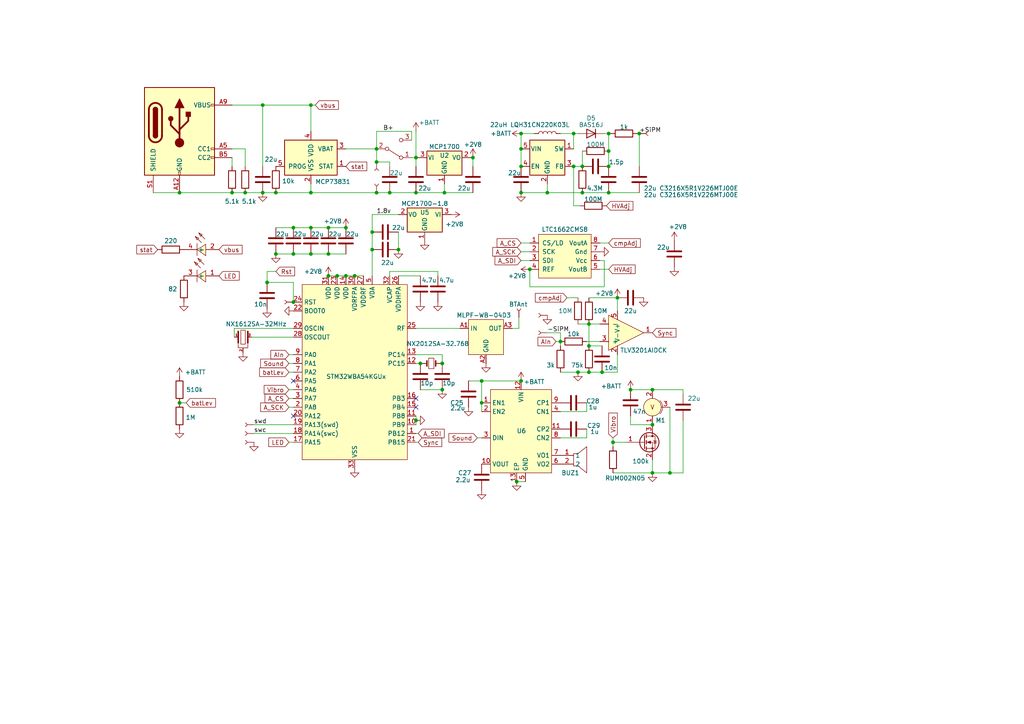
<source format=kicad_sch>
(kicad_sch (version 20250114) (generator "eeschema") (generator_version "9.0")
  (paper "A4")
  (lib_symbols
    (symbol "Battery_Management:MCP73831-2-OT" (pin_names (offset 1.016))
      (property "Reference" "U" (at -7.62 6.35 0))
      (property "Value" "MCP73831-2-OT" (at 1.27 6.35 0))
      (symbol "MCP73831-2-OT_1_1"
        (pin input line (at -10.16 -2.54 0) (length 2.54) (name "PROG") (number "5"))
        (pin power_in line (at 0 7.62 270) (length 2.54) (name "VDD") (number "4"))
        (pin power_in line (at 0 -7.62 90) (length 2.54) (name "VSS") (number "2"))
        (pin power_out line (at 10.16 2.54 180) (length 2.54) (name "VBAT") (number "3"))
        (pin output line (at 10.16 -2.54 180) (length 2.54) (name "STAT") (number "1"))
      )
    )
    (symbol "Connector:USB_C_Receptacle_PowerOnly_6P" (pin_names (offset 1.016))
      (property "Reference" "J" (at 0 16.51 0))
      (property "Value" "USB_C_Receptacle_PowerOnly_6P" (at 0 13.97 0))
      (symbol "USB_C_Receptacle_PowerOnly_6P_1_1"
        (pin passive line (at -7.62 -17.78 90) (length 5.08) (name "SHIELD") (number "S1"))
        (pin passive line (at 0 -17.78 90) (length 5.08) (name "GND") (number "A12"))
        (pin passive line (at 0 -17.78 90) (length 5.08) (hide yes) (name "GND") (number "B12"))
        (pin passive line (at 15.24 7.62 180) (length 5.08) (name "VBUS") (number "A9"))
        (pin passive line (at 15.24 7.62 180) (length 5.08) (hide yes) (name "VBUS") (number "B9"))
        (pin bidirectional line (at 15.24 -5.08 180) (length 5.08) (name "CC1") (number "A5"))
        (pin bidirectional line (at 15.24 -7.62 180) (length 5.08) (name "CC2") (number "B5"))
      )
    )
    (symbol "Device:C" (pin_numbers (hide yes)) (pin_names (offset 0.254))
      (property "Reference" "C" (at 0.635 2.54 0))
      (property "Value" "C" (at 0.635 -2.54 0))
      (symbol "C_1_1"
        (pin passive line (at 0 3.81 270) (length 2.794) (name "~") (number "1"))
        (pin passive line (at 0 -3.81 90) (length 2.794) (name "~") (number "2"))
      )
    )
    (symbol "Device:Crystal_Small" (pin_numbers (hide yes)) (pin_names (offset 1.016) (hide yes))
      (property "Reference" "Y" (at 0 2.54 0))
      (property "Value" "Crystal_Small" (at 0 -2.54 0))
      (symbol "Crystal_Small_1_1"
        (pin passive line (at -2.54 0 0) (length 1.27) (name "1") (number "1"))
        (pin passive line (at 2.54 0 180) (length 1.27) (name "2") (number "2"))
      )
    )
    (symbol "Device:D" (pin_numbers (hide yes)) (pin_names (offset 1.016) (hide yes))
      (property "Reference" "D" (at 0 2.54 0))
      (property "Value" "D" (at 0 -2.54 0))
      (symbol "D_1_1"
        (pin passive line (at -3.81 0 0) (length 2.54) (name "K") (number "1"))
        (pin passive line (at 3.81 0 180) (length 2.54) (name "A") (number "2"))
      )
    )
    (symbol "Device:L" (pin_numbers (hide yes)) (pin_names (offset 1.016) (hide yes))
      (property "Reference" "L" (at -1.27 0 90))
      (property "Value" "L" (at 1.905 0 90))
      (symbol "L_1_1"
        (pin passive line (at 0 3.81 270) (length 1.27) (name "1") (number "1"))
        (pin passive line (at 0 -3.81 90) (length 1.27) (name "2") (number "2"))
      )
    )
    (symbol "Device:Q_NMOS_GSD" (pin_names (offset 0) (hide yes))
      (property "Reference" "Q" (at 5.08 1.27 0))
      (property "Value" "Q_NMOS_GSD" (at 5.08 -1.27 0))
      (symbol "Q_NMOS_GSD_1_1"
        (pin input line (at -5.08 0 0) (length 2.54) (name "G") (number "1"))
        (pin passive line (at 2.54 5.08 270) (length 2.54) (name "D") (number "3"))
        (pin passive line (at 2.54 -5.08 90) (length 2.54) (name "S") (number "2"))
      )
    )
    (symbol "Device:R" (pin_numbers (hide yes)) (pin_names (offset 0))
      (property "Reference" "R" (at 2.032 0 90))
      (property "Value" "R" (at 0 0 90))
      (symbol "R_1_1"
        (pin passive line (at 0 3.81 270) (length 1.27) (name "~") (number "1"))
        (pin passive line (at 0 -3.81 90) (length 1.27) (name "~") (number "2"))
      )
    )
    (symbol "My-Library:Conn" (pin_numbers (hide yes)) (pin_names (offset 1.016) (hide yes))
      (property "Reference" "J" (at 0 2.54 0))
      (property "Value" "Conn" (at 0 -2.54 0))
      (symbol "Conn_1_1"
        (pin passive line (at -2.54 0 0) (length 2.0066) (name "~") (number "1"))
      )
    )
    (symbol "My-Library:LTC1661CMS8" (pin_names (offset 1.016))
      (property "Reference" "D" (at 0 7.62 0))
      (property "Value" "LTC1661CMS8" (at 0 -7.62 0))
      (symbol "LTC1661CMS8_1_1"
        (pin input line (at -10.16 3.81 0) (length 2.54) (name "CS/LD") (number "1"))
        (pin input line (at -10.16 1.27 0) (length 2.54) (name "SCK") (number "2"))
        (pin input line (at -10.16 -1.27 0) (length 2.54) (name "SDI") (number "3"))
        (pin input line (at -10.16 -3.81 0) (length 2.54) (name "REF") (number "4"))
        (pin input line (at 10.16 3.81 180) (length 2.54) (name "VoutA") (number "8"))
        (pin input line (at 10.16 1.27 180) (length 2.54) (name "Gnd") (number "7"))
        (pin input line (at 10.16 -1.27 180) (length 2.54) (name "Vcc") (number "6"))
        (pin input line (at 10.16 -3.81 180) (length 2.54) (name "VoutB") (number "5"))
      )
    )
    (symbol "My-Library:MLPF-WB-04D3"
      (property "Value" "MLPF-WB-04D3" (at 1.27 -13.97 0))
      (symbol "MLPF-WB-04D3_1_1"
        (pin input line (at -7.62 10.16 0) (length 2.54) (name "IN") (number "A1"))
        (pin input line (at 0 0 90) (length 2.54) (name "GND") (number "A2"))
        (pin input line (at 0 0 90) (length 2.54) (hide yes) (name "GND") (number "B1"))
        (pin input line (at 0 0 90) (length 2.54) (hide yes) (name "GND") (number "B2"))
        (pin input line (at 0 0 90) (length 2.54) (hide yes) (name "GND") (number "B3"))
        (pin input line (at 7.62 10.16 180) (length 2.54) (name "OUT") (number "A3"))
      )
    )
    (symbol "My-Library:NX2016SA"
      (property "Value" "NX2016SA-32MHz" (at 0 4.445 0))
      (symbol "NX2016SA_1_1"
        (pin input line (at -2.54 0 0) (length 1.27) (name "") (number "1"))
        (pin input line (at 0 -4.445 90) (length 1.27) (name "") (number "2"))
        (pin input line (at 0 -4.445 90) (length 1.27) (hide yes) (name "") (number "4"))
        (pin input line (at 2.54 0 180) (length 1.27) (name "") (number "3"))
      )
    )
    (symbol "My-Library:STM32WBA54KGUx"
      (property "Value" "STM32WBA54KGUx" (at -3.175 -1.27 0))
      (symbol "STM32WBA54KGUx_1_1"
        (pin input line (at -12.7 20.32 0) (length 2.54) (name "RST") (number "24"))
        (pin input line (at -12.7 17.78 0) (length 2.54) (name "BOOT0") (number "22"))
        (pin input line (at -12.7 12.7 0) (length 2.54) (name "OSCIN") (number "29"))
        (pin input line (at -12.7 10.16 0) (length 2.54) (name "OSCOUT") (number "28"))
        (pin input line (at -12.7 5.08 0) (length 2.54) (name "PA0") (number "9"))
        (pin input line (at -12.7 2.54 0) (length 2.54) (name "PA1") (number "8"))
        (pin input line (at -12.7 0 0) (length 2.54) (name "PA2") (number "7"))
        (pin input line (at -12.7 -2.54 0) (length 2.54) (name "PA5") (number "6"))
        (pin input line (at -12.7 -5.08 0) (length 2.54) (name "PA6") (number "4"))
        (pin input line (at -12.7 -7.62 0) (length 2.54) (name "PA7") (number "3"))
        (pin input line (at -12.7 -10.16 0) (length 2.54) (name "PA8") (number "2"))
        (pin input line (at -12.7 -12.7 0) (length 2.54) (name "PA12") (number "20"))
        (pin input line (at -12.7 -15.24 0) (length 2.54) (name "PA13(swd)") (number "19"))
        (pin input line (at -12.7 -17.78 0) (length 2.54) (name "PA14(swc)") (number "18"))
        (pin input line (at -12.7 -20.32 0) (length 2.54) (name "PA15") (number "17"))
        (pin input line (at -2.54 27.94 270) (length 2.54) (name "VDD") (number "31"))
        (pin input line (at 0 27.94 270) (length 2.54) (name "VDD") (number "23"))
        (pin input line (at 2.54 27.94 270) (length 2.54) (name "VDD") (number "14"))
        (pin input line (at 5.08 27.94 270) (length 2.54) (name "VDRFPA") (number "30"))
        (pin input line (at 5.08 -27.94 90) (length 2.54) (name "VSS") (number "33"))
        (pin input line (at 7.62 27.94 270) (length 2.54) (name "VDDRF") (number "27"))
        (pin input line (at 10.16 27.94 270) (length 2.54) (name "VDA") (number "5"))
        (pin input line (at 15.24 27.94 270) (length 2.54) (name "VCAP") (number "32"))
        (pin input line (at 17.78 27.94 270) (length 2.54) (name "VDDHPA") (number "26"))
        (pin input line (at 22.86 12.7 180) (length 2.54) (name "RF") (number "25"))
        (pin input line (at 22.86 5.08 180) (length 2.54) (name "PC14") (number "13"))
        (pin input line (at 22.86 2.54 180) (length 2.54) (name "PC15") (number "12"))
        (pin input line (at 22.86 -7.62 180) (length 2.54) (name "PB3") (number "16"))
        (pin input line (at 22.86 -10.16 180) (length 2.54) (name "PB4") (number "15"))
        (pin input line (at 22.86 -12.7 180) (length 2.54) (name "PB8") (number "11"))
        (pin input line (at 22.86 -15.24 180) (length 2.54) (name "PB9") (number "10"))
        (pin input line (at 22.86 -17.78 180) (length 2.54) (name "PB12") (number "1"))
        (pin input line (at 22.86 -20.32 180) (length 2.54) (name "PB15") (number "21"))
      )
    )
    (symbol "My-Library:SW_DPDT_x2" (pin_names (offset 0) (hide yes))
      (property "Reference" "SW" (at 0 4.318 0))
      (property "Value" "SW_DPDT_x2" (at 0 -5.08 0))
      (symbol "SW_DPDT_x2_1_1"
        (pin passive line (at -5.08 0 0) (length 2.54) (name "B") (number "2"))
        (pin passive line (at 5.08 2.54 180) (length 2.54) (name "A") (number "1"))
        (pin passive line (at 5.08 -2.54 180) (length 2.54) (name "C") (number "3"))
      )
      (symbol "SW_DPDT_x2_2_1"
        (pin passive line (at -5.08 0 0) (length 2.54) (name "B") (number "5"))
        (pin passive line (at 5.08 2.54 180) (length 2.54) (name "A") (number "4"))
        (pin passive line (at 5.08 -2.54 180) (length 2.54) (name "C") (number "6"))
      )
    )
    (symbol "My-Library:TLV3201AIDBVT" (pin_names (offset 1.016))
      (property "Reference" "U4" (at -6.35 19.05 0))
      (property "Value" "TLV3201AIDBVT" (at -12.7 16.51 0))
      (symbol "TLV3201AIDBVT_1_1"
        (pin input line (at -6.35 2.54 0) (length 2.54) (name "-") (number "4"))
        (pin input line (at -6.35 -2.54 0) (length 2.54) (name "+") (number "3"))
        (pin power_out line (at -1.27 6.35 270) (length 2.54) (name "V+") (number "5"))
        (pin power_out line (at -1.27 -6.35 90) (length 2.54) (name "V-") (number "2"))
        (pin input line (at 8.89 0 180) (length 2.54) (name "~") (number "1"))
      )
    )
    (symbol "My_Library:AP3015KTR" (pin_names (offset 0.254))
      (property "Reference" "U2" (at 0 9.3218 0))
      (property "Value" "AP3015KTR" (at 0 7.0104 0))
      (symbol "AP3015KTR_1_1"
        (pin input line (at -7.62 2.54 0) (length 2.54) (name "VIN") (number "5"))
        (pin input line (at -7.62 -2.54 0) (length 2.54) (name "EN") (number "4"))
        (pin power_in line (at 0 -7.62 90) (length 2.54) (name "GND") (number "2"))
        (pin output line (at 7.62 2.54 180) (length 2.54) (name "SW") (number "1"))
        (pin input line (at 7.62 -2.54 180) (length 2.54) (name "FB") (number "3"))
      )
    )
    (symbol "My_Library:PAM8904EGPR"
      (property "Reference" "U1" (at 0 0 0))
      (symbol "PAM8904EGPR_0_1"
        (pin unspecified line (at -11.43 10.16 0) (length 2.54) (name "EN1") (number "1"))
        (pin unspecified line (at -11.43 7.62 0) (length 2.54) (name "EN2") (number "2"))
        (pin unspecified line (at -11.43 0 0) (length 2.54) (name "DIN") (number "3"))
        (pin unspecified line (at -11.43 -7.62 0) (length 2.54) (name "VOUT") (number "10"))
        (pin unspecified line (at 0 16.51 270) (length 2.54) (name "VIN") (number "12"))
        (pin unspecified line (at 1.27 -12.7 90) (length 2.54) (name "GND") (number "5"))
        (pin unspecified line (at 11.43 10.16 180) (length 2.54) (name "CP1") (number "9"))
        (pin unspecified line (at 11.43 7.62 180) (length 2.54) (name "CN1") (number "4"))
        (pin unspecified line (at 11.43 2.54 180) (length 2.54) (name "CP2") (number "11"))
        (pin unspecified line (at 11.43 0 180) (length 2.54) (name "CN2") (number "8"))
        (pin unspecified line (at 11.43 -5.08 180) (length 2.54) (name "VO1") (number "7"))
        (pin unspecified line (at 11.43 -7.62 180) (length 2.54) (name "VO2") (number "6"))
      )
      (symbol "PAM8904EGPR_1_1"
        (pin unspecified line (at -1.27 -12.7 90) (length 2.54) (name "EP") (number "13"))
      )
    )
    (symbol "My_Library:VibroMotor"
      (property "Reference" "M" (at -5.08 2.54 0))
      (property "Value" "VibroMotor" (at -10.16 0 0))
      (symbol "VibroMotor_0_0"
        (text "V" (at 0 0 0) (effects (font (size 1.27 1.27))))
      )
      (symbol "VibroMotor_1_1"
        (pin input line (at 0 5.08 270) (length 2.54) (name "") (number "1"))
        (pin input line (at 0 -5.08 90) (length 2.54) (name "") (number "2"))
        (pin input line (at 5.08 0 180) (length 2.54) (name "") (number "3"))
      )
    )
    (symbol "Regulator_Linear:MCP1700x-280xxTT" (pin_names (offset 0.254))
      (property "Reference" "U" (at -3.81 3.175 0))
      (property "Value" "MCP1700x-280xxTT" (at 0 3.175 0))
      (symbol "MCP1700x-280xxTT_1_1"
        (pin power_in line (at -7.62 0 0) (length 2.54) (name "VI") (number "3"))
        (pin power_in line (at 0 -7.62 90) (length 2.54) (name "GND") (number "1"))
        (pin power_out line (at 7.62 0 180) (length 2.54) (name "VO") (number "2"))
      )
    )
    (symbol "easyeda2kicad:LTST-C195KGJRKT"
      (property "Reference" "LED" (at 0 7.62 0))
      (property "Value" "LTST-C195KGJRKT" (at 0 -10.16 0))
      (symbol "LTST-C195KGJRKT_0_1"
        (pin unspecified line (at -5.08 2.54 0) (length 3.81) (name "-") (number "4"))
        (pin unspecified line (at -5.08 -5.08 0) (length 3.81) (name "-") (number "3"))
        (pin unspecified line (at 5.08 2.54 180) (length 3.81) (name "+") (number "2"))
        (pin unspecified line (at 5.08 -5.08 180) (length 3.81) (name "+") (number "1"))
      )
    )
    (symbol "easyeda2kicad:PKMCS0909E4000-R1"
      (property "Reference" "BUZ" (at 0 7.62 0))
      (property "Value" "PKMCS0909E4000-R1" (at 0 -5.08 0))
      (symbol "PKMCS0909E4000-R1_0_1"
        (pin unspecified line (at -2.54 2.54 0) (length 3.81) (name "1") (number "1"))
        (pin unspecified line (at -2.54 0 0) (length 3.81) (name "2") (number "2"))
      )
    )
    (symbol "power:+2V8" (power) (pin_names (offset 0))
      (property "Value" "+2V8" (at 0 3.556 0))
      (symbol "+2V8_1_1"
        (pin power_in line (at 0 0 90) (length 0) (hide yes) (name "+2V8") (number "1"))
      )
    )
    (symbol "power:+BATT" (power) (pin_names (offset 0))
      (property "Value" "+BATT" (at 0 3.556 0))
      (symbol "+BATT_1_1"
        (pin power_in line (at 0 0 90) (length 0) (hide yes) (name "+BATT") (number "1"))
      )
    )
    (symbol "power:GND" (power) (pin_names (offset 0))
      (property "Value" "GND" (at 0 -3.81 0))
      (symbol "GND_1_1"
        (pin power_in line (at 0 0 270) (length 0) (hide yes) (name "GND") (number "1"))
      )
    )
  )
  (junction (at 80.01 73.66))
  (junction (at 128.27 113.03))
  (junction (at 107.95 72.39))
  (junction (at 185.42 38.735))
  (junction (at 76.2 30.48))
  (junction (at 90.17 30.48))
  (junction (at 151.13 48.26))
  (junction (at 71.12 55.88))
  (junction (at 85.09 66.04))
  (junction (at 167.64 107.95))
  (junction (at 97.79 80.01))
  (junction (at 109.22 46.99))
  (junction (at 151.13 38.735))
  (junction (at 177.8 128.27))
  (junction (at 109.22 55.88))
  (junction (at 166.37 48.26))
  (junction (at 120.65 45.72))
  (junction (at 128.27 105.41))
  (junction (at 121.92 105.41))
  (junction (at 120.65 55.88))
  (junction (at 189.23 123.19))
  (junction (at 179.07 86.36))
  (junction (at 176.53 43.815))
  (junction (at 151.13 110.49))
  (junction (at 115.57 72.39))
  (junction (at 120.65 121.92))
  (junction (at 170.815 100.33))
  (junction (at 137.16 45.72))
  (junction (at 90.17 66.04))
  (junction (at 151.13 43.18))
  (junction (at 128.905 55.88))
  (junction (at 139.7 116.84))
  (junction (at 168.91 48.26))
  (junction (at 85.09 87.63))
  (junction (at 85.09 73.66))
  (junction (at 102.87 80.01))
  (junction (at 95.25 73.66))
  (junction (at 95.25 66.04))
  (junction (at 52.07 55.88))
  (junction (at 77.47 81.915))
  (junction (at 158.75 55.88))
  (junction (at 166.37 38.735))
  (junction (at 139.7 110.49))
  (junction (at 52.07 116.84))
  (junction (at 151.13 55.88))
  (junction (at 90.17 73.66))
  (junction (at 176.53 48.26))
  (junction (at 168.91 55.88))
  (junction (at 100.33 80.01))
  (junction (at 174.625 107.95))
  (junction (at 176.53 38.735))
  (junction (at 170.815 107.95))
  (junction (at 95.25 80.01))
  (junction (at 189.23 113.03))
  (junction (at 109.22 43.18))
  (junction (at 149.86 139.7))
  (junction (at 176.53 55.88))
  (junction (at 80.01 55.88))
  (junction (at 100.33 66.04))
  (junction (at 153.67 78.105))
  (junction (at 67.31 55.88))
  (junction (at 76.2 55.88))
  (junction (at 113.03 55.88))
  (junction (at 162.56 99.06))
  (junction (at 189.23 137.16))
  (junction (at 107.95 67.31))
  (junction (at 170.815 93.98))
  (junction (at 194.31 137.16))
  (junction (at 182.88 113.03))
  (junction (at 90.17 55.88))
  (no_connect (at 85.09 120.65))
  (no_connect (at 85.09 110.49))
  (no_connect (at 120.65 115.57))
  (no_connect (at 120.65 118.11))
  (wire (pts (xy 121.92 80.01) (xy 115.57 80.01)))
  (wire (pts (xy 138.43 127) (xy 139.7 127)))
  (wire (pts (xy 168.91 55.88) (xy 176.53 55.88)))
  (wire (pts (xy 151.13 38.735) (xy 154.94 38.735)))
  (wire (pts (xy 127.635 105.41) (xy 128.27 105.41)))
  (wire (pts (xy 166.37 38.735) (xy 166.37 43.18)))
  (wire (pts (xy 95.25 80.01) (xy 97.79 80.01)))
  (wire (pts (xy 162.56 107.95) (xy 167.64 107.95)))
  (wire (pts (xy 185.42 38.735) (xy 184.785 38.735)))
  (wire (pts (xy 170.815 93.98) (xy 173.99 93.98)))
  (wire (pts (xy 120.65 45.72) (xy 120.65 48.26)))
  (wire (pts (xy 44.45 55.88) (xy 52.07 55.88)))
  (wire (pts (xy 90.17 30.48) (xy 90.17 38.1)))
  (wire (pts (xy 100.33 43.18) (xy 109.22 43.18)))
  (wire (pts (xy 80.01 73.66) (xy 85.09 73.66)))
  (wire (pts (xy 198.12 121.92) (xy 198.12 137.16)))
  (wire (pts (xy 109.22 38.1) (xy 109.22 43.18)))
  (wire (pts (xy 139.7 116.84) (xy 139.7 119.38)))
  (wire (pts (xy 80.01 55.88) (xy 90.17 55.88)))
  (wire (pts (xy 176.53 43.815) (xy 176.53 48.26)))
  (wire (pts (xy 170.18 99.06) (xy 173.99 99.06)))
  (wire (pts (xy 158.75 55.88) (xy 168.91 55.88)))
  (wire (pts (xy 121.92 113.03) (xy 128.27 113.03)))
  (wire (pts (xy 76.2 30.48) (xy 76.2 48.26)))
  (wire (pts (xy 119.38 40.64) (xy 119.38 38.1)))
  (wire (pts (xy 170.18 127) (xy 170.18 124.46)))
  (wire (pts (xy 153.67 83.185) (xy 175.26 83.185)))
  (wire (pts (xy 151.13 70.485) (xy 153.67 70.485)))
  (wire (pts (xy 194.31 118.11) (xy 194.31 137.16)))
  (wire (pts (xy 95.25 73.66) (xy 100.33 73.66)))
  (wire (pts (xy 107.95 62.23) (xy 115.57 62.23)))
  (wire (pts (xy 113.03 78.74) (xy 113.03 80.01)))
  (wire (pts (xy 162.56 38.735) (xy 166.37 38.735)))
  (wire (pts (xy 182.88 113.03) (xy 189.23 113.03)))
  (wire (pts (xy 139.7 110.49) (xy 139.7 116.84)))
  (wire (pts (xy 189.23 133.35) (xy 189.23 137.16)))
  (wire (pts (xy 120.65 121.92) (xy 120.65 123.19)))
  (wire (pts (xy 137.16 45.72) (xy 137.16 48.26)))
  (wire (pts (xy 80.01 78.74) (xy 77.47 78.74)))
  (wire (pts (xy 77.47 78.74) (xy 77.47 81.915)))
  (wire (pts (xy 179.07 102.87) (xy 179.07 107.95)))
  (wire (pts (xy 73.66 125.73) (xy 85.09 125.73)))
  (wire (pts (xy 176.53 38.735) (xy 176.53 43.815)))
  (wire (pts (xy 67.31 45.72) (xy 67.31 48.26)))
  (wire (pts (xy 113.03 48.26) (xy 113.03 46.99)))
  (wire (pts (xy 52.07 55.88) (xy 67.31 55.88)))
  (wire (pts (xy 97.79 80.01) (xy 100.33 80.01)))
  (wire (pts (xy 67.945 95.25) (xy 67.945 97.79)))
  (wire (pts (xy 162.56 99.06) (xy 162.56 100.33)))
  (wire (pts (xy 83.82 128.27) (xy 85.09 128.27)))
  (wire (pts (xy 52.07 116.84) (xy 53.975 116.84)))
  (wire (pts (xy 175.26 75.565) (xy 173.99 75.565)))
  (wire (pts (xy 173.99 70.485) (xy 176.53 70.485)))
  (wire (pts (xy 91.44 30.48) (xy 90.17 30.48)))
  (wire (pts (xy 109.22 43.18) (xy 109.22 46.99)))
  (wire (pts (xy 109.22 55.88) (xy 113.03 55.88)))
  (wire (pts (xy 151.13 43.18) (xy 151.13 38.735)))
  (wire (pts (xy 128.905 53.34) (xy 128.905 55.88)))
  (wire (pts (xy 194.31 137.16) (xy 198.12 137.16)))
  (wire (pts (xy 120.65 125.73) (xy 121.285 125.73)))
  (wire (pts (xy 76.2 55.88) (xy 80.01 55.88)))
  (wire (pts (xy 85.09 95.25) (xy 67.945 95.25)))
  (wire (pts (xy 149.86 139.7) (xy 152.4 139.7)))
  (wire (pts (xy 85.09 73.66) (xy 90.17 73.66)))
  (wire (pts (xy 119.38 38.1) (xy 109.22 38.1)))
  (wire (pts (xy 90.17 55.88) (xy 109.22 55.88)))
  (wire (pts (xy 170.18 119.38) (xy 170.18 116.84)))
  (wire (pts (xy 176.53 38.735) (xy 177.165 38.735)))
  (wire (pts (xy 198.12 113.03) (xy 198.12 114.3)))
  (wire (pts (xy 150.495 95.25) (xy 148.59 95.25)))
  (wire (pts (xy 189.23 113.03) (xy 198.12 113.03)))
  (wire (pts (xy 177.8 128.27) (xy 177.8 129.54)))
  (wire (pts (xy 85.09 81.915) (xy 85.09 87.63)))
  (wire (pts (xy 151.13 75.565) (xy 153.67 75.565)))
  (wire (pts (xy 90.17 55.88) (xy 90.17 53.34)))
  (wire (pts (xy 179.07 90.17) (xy 179.07 86.36)))
  (wire (pts (xy 113.03 55.88) (xy 120.65 55.88)))
  (wire (pts (xy 107.95 67.31) (xy 107.95 72.39)))
  (wire (pts (xy 71.12 48.26) (xy 71.12 43.18)))
  (wire (pts (xy 162.56 127) (xy 170.18 127)))
  (wire (pts (xy 179.07 107.95) (xy 174.625 107.95)))
  (wire (pts (xy 67.31 30.48) (xy 76.2 30.48)))
  (wire (pts (xy 127 78.74) (xy 113.03 78.74)))
  (wire (pts (xy 107.95 62.23) (xy 107.95 67.31)))
  (wire (pts (xy 167.64 93.98) (xy 170.815 93.98)))
  (wire (pts (xy 179.07 86.36) (xy 170.815 86.36)))
  (wire (pts (xy 150.495 92.075) (xy 150.495 95.25)))
  (wire (pts (xy 151.13 55.88) (xy 158.75 55.88)))
  (wire (pts (xy 71.12 55.88) (xy 76.2 55.88)))
  (wire (pts (xy 182.88 120.65) (xy 182.88 123.19)))
  (wire (pts (xy 164.465 86.36) (xy 167.64 86.36)))
  (wire (pts (xy 182.88 123.19) (xy 189.23 123.19)))
  (wire (pts (xy 90.17 73.66) (xy 95.25 73.66)))
  (wire (pts (xy 120.65 105.41) (xy 121.92 105.41)))
  (wire (pts (xy 166.37 59.69) (xy 166.37 48.26)))
  (wire (pts (xy 127 80.01) (xy 127 78.74)))
  (wire (pts (xy 90.17 66.04) (xy 95.25 66.04)))
  (wire (pts (xy 166.37 48.26) (xy 168.91 48.26)))
  (wire (pts (xy 166.37 38.735) (xy 167.64 38.735)))
  (wire (pts (xy 77.47 81.915) (xy 85.09 81.915)))
  (wire (pts (xy 151.13 48.26) (xy 151.13 43.18)))
  (wire (pts (xy 168.275 59.69) (xy 166.37 59.69)))
  (wire (pts (xy 73.66 123.19) (xy 85.09 123.19)))
  (wire (pts (xy 120.65 102.87) (xy 128.27 102.87)))
  (wire (pts (xy 185.42 38.735) (xy 185.42 48.26)))
  (wire (pts (xy 158.75 96.52) (xy 162.56 96.52)))
  (wire (pts (xy 181.61 128.27) (xy 177.8 128.27)))
  (wire (pts (xy 136.525 45.72) (xy 137.16 45.72)))
  (wire (pts (xy 128.905 55.88) (xy 137.16 55.88)))
  (wire (pts (xy 83.82 107.95) (xy 85.09 107.95)))
  (wire (pts (xy 120.65 45.72) (xy 121.285 45.72)))
  (wire (pts (xy 120.65 95.25) (xy 133.35 95.25)))
  (wire (pts (xy 170.815 107.95) (xy 174.625 107.95)))
  (wire (pts (xy 170.815 93.98) (xy 170.815 100.33)))
  (wire (pts (xy 167.64 107.95) (xy 170.815 107.95)))
  (wire (pts (xy 189.23 137.16) (xy 194.31 137.16)))
  (wire (pts (xy 85.09 66.04) (xy 90.17 66.04)))
  (wire (pts (xy 135.89 110.49) (xy 139.7 110.49)))
  (wire (pts (xy 113.03 46.99) (xy 109.22 46.99)))
  (wire (pts (xy 177.8 127) (xy 177.8 128.27)))
  (wire (pts (xy 121.92 105.41) (xy 122.555 105.41)))
  (wire (pts (xy 176.53 55.88) (xy 185.42 55.88)))
  (wire (pts (xy 162.56 96.52) (xy 162.56 99.06)))
  (wire (pts (xy 168.91 43.815) (xy 168.91 48.26)))
  (wire (pts (xy 120.65 38.1) (xy 120.65 45.72)))
  (wire (pts (xy 120.65 55.88) (xy 128.905 55.88)))
  (wire (pts (xy 76.2 30.48) (xy 90.17 30.48)))
  (wire (pts (xy 177.8 137.16) (xy 189.23 137.16)))
  (wire (pts (xy 80.01 66.04) (xy 85.09 66.04)))
  (wire (pts (xy 83.82 102.87) (xy 85.09 102.87)))
  (wire (pts (xy 153.67 78.105) (xy 153.67 83.185)))
  (wire (pts (xy 119.38 45.72) (xy 120.65 45.72)))
  (wire (pts (xy 158.75 55.88) (xy 158.75 53.34)))
  (wire (pts (xy 162.56 119.38) (xy 170.18 119.38)))
  (wire (pts (xy 71.12 43.18) (xy 67.31 43.18)))
  (wire (pts (xy 115.57 67.31) (xy 115.57 72.39)))
  (wire (pts (xy 128.27 102.87) (xy 128.27 105.41)))
  (wire (pts (xy 100.33 80.01) (xy 102.87 80.01)))
  (wire (pts (xy 83.82 118.11) (xy 85.09 118.11)))
  (wire (pts (xy 161.29 99.06) (xy 162.56 99.06)))
  (wire (pts (xy 175.26 83.185) (xy 175.26 75.565)))
  (wire (pts (xy 95.25 66.04) (xy 100.33 66.04)))
  (wire (pts (xy 151.13 73.025) (xy 153.67 73.025)))
  (wire (pts (xy 170.815 100.33) (xy 174.625 100.33)))
  (wire (pts (xy 83.82 113.03) (xy 85.09 113.03)))
  (wire (pts (xy 175.26 38.735) (xy 176.53 38.735)))
  (wire (pts (xy 67.31 55.88) (xy 71.12 55.88)))
  (wire (pts (xy 83.82 115.57) (xy 85.09 115.57)))
  (wire (pts (xy 85.09 97.79) (xy 73.025 97.79)))
  (wire (pts (xy 139.7 110.49) (xy 151.13 110.49)))
  (wire (pts (xy 120.65 120.65) (xy 120.65 121.92)))
  (wire (pts (xy 83.82 105.41) (xy 85.09 105.41)))
  (wire (pts (xy 107.95 72.39) (xy 107.95 80.01)))
  (wire (pts (xy 102.87 80.01) (xy 105.41 80.01)))
  (wire (pts (xy 173.99 78.105) (xy 176.53 78.105)))
  (wire (pts (xy 120.65 128.27) (xy 121.285 128.27)))
  (label "+SiPM" (at 185.42 38.735 0))
  (label "B+" (at 111.125 38.1 0))
  (label "swd" (at 73.66 123.19 0))
  (label "1.8v" (at 109.22 62.23 0))
  (label "-SiPM" (at 158.75 96.52 0))
  (label "swc" (at 73.66 125.73 0))
  (global_label "batLev" (shape input) (at 53.975 116.84 0) (property "Intersheetrefs" "${INTERSHEET_REFS}" (effects (hide yes))))
  (global_label "Sync" (shape input) (at 121.285 128.27 0) (property "Intersheetrefs" "${INTERSHEET_REFS}" (effects (hide yes))))
  (global_label "Vibro" (shape input) (at 83.82 113.03 180) (property "Intersheetrefs" "${INTERSHEET_REFS}" (effects (hide yes))))
  (global_label "A_SDI" (shape input) (at 151.13 75.565 180) (property "Intersheetrefs" "${INTERSHEET_REFS}" (effects (hide yes))))
  (global_label "stat" (shape input) (at 100.33 48.26 0) (property "Intersheetrefs" "${INTERSHEET_REFS}" (effects (hide yes))))
  (global_label "A_CS" (shape input) (at 151.13 70.485 180) (property "Intersheetrefs" "${INTERSHEET_REFS}" (effects (hide yes))))
  (global_label "vbus" (shape input) (at 91.44 30.48 0) (property "Intersheetrefs" "${INTERSHEET_REFS}" (effects (hide yes))))
  (global_label "Sync" (shape input) (at 189.23 96.52 0) (property "Intersheetrefs" "${INTERSHEET_REFS}" (effects (hide yes))))
  (global_label "stat" (shape input) (at 45.72 72.39 180) (property "Intersheetrefs" "${INTERSHEET_REFS}" (effects (hide yes))))
  (global_label "A_SCK" (shape input) (at 83.82 118.11 180) (property "Intersheetrefs" "${INTERSHEET_REFS}" (effects (hide yes))))
  (global_label "cmpAdj" (shape input) (at 176.53 70.485 0) (property "Intersheetrefs" "${INTERSHEET_REFS}" (effects (hide yes))))
  (global_label "vbus" (shape input) (at 63.5 72.39 0) (property "Intersheetrefs" "${INTERSHEET_REFS}" (effects (hide yes))))
  (global_label "AIn" (shape input) (at 83.82 102.87 180) (property "Intersheetrefs" "${INTERSHEET_REFS}" (effects (hide yes))))
  (global_label "Sound" (shape input) (at 83.82 105.41 180) (property "Intersheetrefs" "${INTERSHEET_REFS}" (effects (hide yes))))
  (global_label "AIn" (shape input) (at 161.29 99.06 180) (property "Intersheetrefs" "${INTERSHEET_REFS}" (effects (hide yes))))
  (global_label "HVAdj" (shape input) (at 175.895 59.69 0) (property "Intersheetrefs" "${INTERSHEET_REFS}" (effects (hide yes))))
  (global_label "Rst" (shape input) (at 80.01 78.74 0) (property "Intersheetrefs" "${INTERSHEET_REFS}" (effects (hide yes))))
  (global_label "Sound" (shape input) (at 138.43 127 180) (property "Intersheetrefs" "${INTERSHEET_REFS}" (effects (hide yes))))
  (global_label "A_SDI" (shape input) (at 121.285 125.73 0) (property "Intersheetrefs" "${INTERSHEET_REFS}" (effects (hide yes))))
  (global_label "cmpAdj" (shape input) (at 164.465 86.36 180) (property "Intersheetrefs" "${INTERSHEET_REFS}" (effects (hide yes))))
  (global_label "A_CS" (shape input) (at 83.82 115.57 180) (property "Intersheetrefs" "${INTERSHEET_REFS}" (effects (hide yes))))
  (global_label "A_SCK" (shape input) (at 151.13 73.025 180) (property "Intersheetrefs" "${INTERSHEET_REFS}" (effects (hide yes))))
  (global_label "LED" (shape input) (at 63.5 80.01 0) (property "Intersheetrefs" "${INTERSHEET_REFS}" (effects (hide yes))))
  (global_label "HVAdj" (shape input) (at 176.53 78.105 0) (property "Intersheetrefs" "${INTERSHEET_REFS}" (effects (hide yes))))
  (global_label "batLev" (shape input) (at 83.82 107.95 180) (property "Intersheetrefs" "${INTERSHEET_REFS}" (effects (hide yes))))
  (global_label "LED" (shape input) (at 83.82 128.27 180) (property "Intersheetrefs" "${INTERSHEET_REFS}" (effects (hide yes))))
  (global_label "Vibro" (shape input) (at 177.8 127 90) (property "Intersheetrefs" "${INTERSHEET_REFS}" (effects (hide yes))))
  (symbol (lib_id "Device:C") (at 198.12 118.11 180) (unit 1)
    (property "Reference" "C24" (effects (hide yes)))
    (property "Value" "22u" (at 201.295 115.57 0))
    (property "Footprint" "Capacitor_SMD:C_0402_1005Metric" (effects (hide yes)))
  )
  (symbol (lib_id "My-Library:LTC1661CMS8") (at 163.83 74.295 0) (unit 1)
    (property "Reference" "D4" (effects (hide yes)))
    (property "Value" "LTC1662CMS8" (at 163.83 66.548 0))
    (property "Footprint" "Package_SO:MSOP-8_3x3mm_P0.65mm" (effects (hide yes)))
  )
  (symbol (lib_id "Device:R") (at 52.07 113.03 0) (unit 1)
    (property "Reference" "R1" (effects (hide yes)))
    (property "Value" "510k" (at 53.975 113.03 0) (effects (justify left)))
    (property "Footprint" "Resistor_SMD:R_0402_1005Metric" (effects (hide yes)))
  )
  (symbol (lib_id "My-Library:STM32WBA54KGUx") (at 97.79 107.95 0) (unit 1)
    (property "Reference" "D1" (effects (hide yes)))
    (property "Value" "STM32WBA54KGUx" (at 94.615 109.22 0) (effects (justify left)))
    (property "Footprint" "Package_DFN_QFN:QFN-32-1EP_5x5mm_P0.5mm_EP3.1x3.1mm" (effects (hide yes)))
  )
  (symbol (lib_id "power:+2V8") (at 195.58 69.85 0) (unit 1)
    (property "Reference" "#PWR0103" (effects (hide yes)))
    (property "Value" "+2V8" (at 199.263 65.786 0) (effects (justify right)))
  )
  (symbol (lib_id "Device:C") (at 185.42 52.07 180) (unit 1)
    (property "Reference" "C19" (effects (hide yes)))
    (property "Value" "22u C3216X5R1V226MTJ00E" (at 186.69 54.61 0) (effects (justify right)))
    (property "Footprint" "Capacitor_SMD:C_1206_3216Metric" (effects (hide yes)))
    (property "Datasheet" "GRM31CR61H106KA12L" (effects (hide yes)))
  )
  (symbol (lib_id "My-Library:Conn") (at 156.21 96.52 180) (unit 1)
    (property "Reference" "J8" (effects (hide yes)))
    (property "Value" "Conn" (effects (hide yes)))
    (property "Footprint" "lib:conn_mini" (effects (hide yes)))
  )
  (symbol (lib_id "Device:C") (at 176.53 52.07 180) (unit 1)
    (property "Reference" "C16" (effects (hide yes)))
    (property "Value" "22u C3216X5R1V226MTJ00E" (at 186.69 56.515 0) (effects (justify right)))
    (property "Footprint" "Capacitor_SMD:C_1206_3216Metric" (effects (hide yes)))
    (property "Datasheet" "GRM31CR61H106KA12L" (effects (hide yes)))
  )
  (symbol (lib_id "My-Library:Conn") (at 156.21 91.44 180) (unit 1)
    (property "Reference" "J3" (effects (hide yes)))
    (property "Value" "Conn" (effects (hide yes)))
    (property "Footprint" "lib:conn_mini" (effects (hide yes)))
  )
  (symbol (lib_id "My-Library:TLV3201AIDBVT") (at 180.34 96.52 0) (unit 1)
    (property "Reference" "U3" (effects (hide yes)))
    (property "Value" "TLV3201AIDCK" (at 186.69 101.6 0))
    (property "Footprint" "My-library:TLV320x-SC70" (effects (hide yes)))
  )
  (symbol (lib_id "power:GND") (at 140.97 105.41 0) (unit 1)
    (property "Reference" "#PWR0102" (effects (hide yes)))
    (property "Value" "GND" (effects (hide yes)))
  )
  (symbol (lib_id "easyeda2kicad:LTST-C195KGJRKT") (at 58.42 74.93 0) (unit 1)
    (property "Reference" "LED1" (effects (hide yes)))
    (property "Value" "LTST-C195KGJRKT" (effects (hide yes)))
    (property "Footprint" "easyeda2kicad:LED-ARRAY-SMD_0603-4P-L1.6-W1.5-BR-RD" (effects (hide yes)))
    (property "Datasheet" "https://lcsc.com/product-detail/Light-Emitting-Diodes-LED_SMD-green-red_C125104.html" (effects (hide yes)))
    (property "LCSC Part" "C125104" (effects (hide yes)))
  )
  (symbol (lib_id "power:GND") (at 115.57 72.39 0) (unit 1)
    (property "Reference" "#PWR0125" (effects (hide yes)))
    (property "Value" "GND" (effects (hide yes)))
  )
  (symbol (lib_id "Device:C") (at 90.17 69.85 0) (unit 1)
    (property "Reference" "C3" (effects (hide yes)))
    (property "Value" "22u" (at 90.17 67.945 0) (effects (justify left)))
    (property "Footprint" "Capacitor_SMD:C_0402_1005Metric" (effects (hide yes)))
  )
  (symbol (lib_id "power:GND") (at 195.58 77.47 0) (unit 1)
    (property "Reference" "#PWR0106" (effects (hide yes)))
    (property "Value" "GND" (effects (hide yes)))
  )
  (symbol (lib_id "power:GND") (at 127 87.63 0) (unit 1)
    (property "Reference" "#PWR0128" (effects (hide yes)))
    (property "Value" "GND" (effects (hide yes)))
  )
  (symbol (lib_id "Device:R") (at 67.31 52.07 0) (unit 1)
    (property "Reference" "R18" (effects (hide yes)))
    (property "Value" "5.1k" (at 67.31 58.42 0))
    (property "Footprint" "Resistor_SMD:R_0402_1005Metric" (effects (hide yes)))
  )
  (symbol (lib_id "Device:C") (at 128.27 109.22 0) (unit 1)
    (property "Reference" "C21" (effects (hide yes)))
    (property "Value" "10p" (at 130.175 111.125 0))
    (property "Footprint" "My-library:C_0201_0603Metric" (effects (hide yes)))
  )
  (symbol (lib_id "power:GND") (at 123.19 69.85 0) (unit 1)
    (property "Reference" "#PWR03" (effects (hide yes)))
    (property "Value" "GND" (effects (hide yes)))
  )
  (symbol (lib_id "My_Library:AP3015KTR") (at 158.75 45.72 0) (unit 1)
    (property "Reference" "U4" (effects (hide yes)))
    (property "Value" "AP3015KTR" (effects (hide yes)))
    (property "Footprint" "Package_TO_SOT_SMD:SOT-23-5" (effects (hide yes)))
    (property "Datasheet" "http://www.ti.com/lit/ds/symlink/lm2733.pdf" (effects (hide yes)))
  )
  (symbol (lib_id "Device:Q_NMOS_GSD") (at 186.69 128.27 0) (unit 1)
    (property "Reference" "Q2" (effects (hide yes)))
    (property "Value" "RUM002N05" (at 175.514 138.684 0) (effects (justify left)))
    (property "Footprint" "My-library:SOT-723" (effects (hide yes)))
  )
  (symbol (lib_id "power:GND") (at 173.99 73.025 90) (unit 1)
    (property "Reference" "#PWR0112" (effects (hide yes)))
    (property "Value" "GND" (effects (hide yes)))
  )
  (symbol (lib_id "power:GND") (at 167.64 107.95 0) (unit 1)
    (property "Reference" "#PWR0113" (effects (hide yes)))
    (property "Value" "GND" (effects (hide yes)))
  )
  (symbol (lib_id "Device:C") (at 137.16 52.07 0) (unit 1)
    (property "Reference" "C13" (effects (hide yes)))
    (property "Value" "22u" (at 132.715 54.61 0) (effects (justify left)))
    (property "Footprint" "Capacitor_SMD:C_0402_1005Metric" (effects (hide yes)))
  )
  (symbol (lib_id "Device:C") (at 172.72 48.26 270) (unit 1)
    (property "Reference" "C9" (effects (hide yes)))
    (property "Value" "1.5p" (at 180.975 46.99 90) (effects (justify right)))
    (property "Footprint" "Capacitor_SMD:C_0402_1005Metric" (effects (hide yes)))
  )
  (symbol (lib_id "Device:R") (at 172.72 43.815 270) (unit 1)
    (property "Reference" "R16" (effects (hide yes)))
    (property "Value" "100M" (at 172.72 41.91 90))
    (property "Footprint" "Resistor_SMD:R_0402_1005Metric" (effects (hide yes)))
    (property "Datasheet" "HMC0402FT100M" (effects (hide yes)))
  )
  (symbol (lib_id "Device:R") (at 49.53 72.39 90) (unit 1)
    (property "Reference" "R4" (effects (hide yes)))
    (property "Value" "220" (at 49.53 69.85 90))
    (property "Footprint" "Resistor_SMD:R_0402_1005Metric" (effects (hide yes)))
  )
  (symbol (lib_id "My-Library:MLPF-WB-04D3") (at 140.97 105.41 0) (unit 1)
    (property "Reference" "D6" (effects (hide yes)))
    (property "Value" "MLPF-WB-04D3" (at 140.335 91.44 0))
    (property "Footprint" "My-library:MLPF-WB-04D3" (effects (hide yes)))
  )
  (symbol (lib_id "My-Library:SW_DPDT_x2") (at 114.3 43.18 0) (mirror x) (unit 1)
    (property "Reference" "SW1" (effects (hide yes)))
    (property "Value" "SW_DPDT_x2" (effects (hide yes)))
    (property "Footprint" "lib:MySwithc" (effects (hide yes)))
  )
  (symbol (lib_id "Device:C") (at 111.76 67.31 90) (unit 1)
    (property "Reference" "C23" (effects (hide yes)))
    (property "Value" "22u" (at 115.57 66.04 90))
    (property "Footprint" "Capacitor_SMD:C_0402_1005Metric" (effects (hide yes)))
  )
  (symbol (lib_id "power:+BATT") (at 151.13 110.49 0) (unit 1)
    (property "Reference" "#PWR06" (effects (hide yes)))
    (property "Value" "+BATT" (at 154.94 110.744 0))
  )
  (symbol (lib_id "power:+2V8") (at 100.33 66.04 0) (unit 1)
    (property "Reference" "#PWR0122" (effects (hide yes)))
    (property "Value" "+2V8" (at 96.52 64.135 0))
  )
  (symbol (lib_id "Device:C") (at 195.58 73.66 0) (unit 1)
    (property "Reference" "C11" (effects (hide yes)))
    (property "Value" "22u" (at 190.5 71.755 0) (effects (justify left)))
    (property "Footprint" "Capacitor_SMD:C_0402_1005Metric" (effects (hide yes)))
  )
  (symbol (lib_id "power:GND") (at 121.92 87.63 0) (unit 1)
    (property "Reference" "#PWR0110" (effects (hide yes)))
    (property "Value" "GND" (effects (hide yes)))
  )
  (symbol (lib_id "power:GND") (at 189.23 137.16 0) (unit 1)
    (property "Reference" "#PWR0118" (effects (hide yes)))
    (property "Value" "GND" (effects (hide yes)))
  )
  (symbol (lib_id "power:GND") (at 128.27 113.03 0) (unit 1)
    (property "Reference" "#PWR0114" (effects (hide yes)))
    (property "Value" "GND" (effects (hide yes)))
  )
  (symbol (lib_id "Device:R") (at 170.815 104.14 0) (unit 1)
    (property "Reference" "R10" (effects (hide yes)))
    (property "Value" "75k" (at 165.608 105.918 0) (effects (justify left)))
    (property "Footprint" "Resistor_SMD:R_0402_1005Metric" (effects (hide yes)))
  )
  (symbol (lib_id "My-Library:Conn") (at 71.12 128.27 180) (unit 1)
    (property "Reference" "J10" (effects (hide yes)))
    (property "Value" "Conn" (effects (hide yes)))
    (property "Footprint" "lib:conn_mini" (effects (hide yes)))
  )
  (symbol (lib_id "My-Library:Conn") (at 71.12 125.73 180) (unit 1)
    (property "Reference" "J5" (effects (hide yes)))
    (property "Value" "Conn" (effects (hide yes)))
    (property "Footprint" "lib:conn_mini" (effects (hide yes)))
  )
  (symbol (lib_id "Device:R") (at 162.56 104.14 0) (unit 1)
    (property "Reference" "R6" (effects (hide yes)))
    (property "Value" "3k" (at 158.496 105.918 0) (effects (justify left)))
    (property "Footprint" "Resistor_SMD:R_0402_1005Metric" (effects (hide yes)))
  )
  (symbol (lib_id "My-Library:Conn") (at 71.12 123.19 180) (unit 1)
    (property "Reference" "J4" (effects (hide yes)))
    (property "Value" "Conn" (effects (hide yes)))
    (property "Footprint" "lib:conn_mini" (effects (hide yes)))
  )
  (symbol (lib_id "power:GND") (at 52.07 124.46 0) (unit 1)
    (property "Reference" "#PWR0129" (effects (hide yes)))
    (property "Value" "GND" (effects (hide yes)))
  )
  (symbol (lib_id "Regulator_Linear:MCP1700x-280xxTT") (at 128.905 45.72 0) (unit 1)
    (property "Reference" "U2" (at 128.905 45.085 0))
    (property "Value" "MCP1700" (at 128.905 42.545 0))
    (property "Footprint" "Package_TO_SOT_SMD:SOT-23-3" (effects (hide yes)))
    (property "Datasheet" "http://ww1.microchip.com/downloads/en/DeviceDoc/20001826D.pdf" (effects (hide yes)))
  )
  (symbol (lib_id "power:GND") (at 120.65 121.92 90) (unit 1)
    (property "Reference" "#PWR0116" (effects (hide yes)))
    (property "Value" "GND" (effects (hide yes)))
  )
  (symbol (lib_id "Device:C") (at 166.37 124.46 270) (unit 1)
    (property "Reference" "C29" (at 172.212 123.444 90))
    (property "Value" "1u" (at 172.466 125.222 90))
    (property "Footprint" "Capacitor_SMD:C_0402_1005Metric" (effects (hide yes)))
    (property "Description" "Unpolarized capacitor" (effects (hide yes)))
  )
  (symbol (lib_id "Battery_Management:MCP73831-2-OT") (at 90.17 45.72 0) (unit 1)
    (property "Reference" "U1" (effects (hide yes)))
    (property "Value" "MCP73831" (at 91.44 52.705 0) (effects (justify left)))
    (property "Footprint" "Package_TO_SOT_SMD:SOT-23-5" (effects (hide yes)))
    (property "Datasheet" "http://ww1.microchip.com/downloads/en/DeviceDoc/20001984g.pdf" (effects (hide yes)))
  )
  (symbol (lib_id "Device:C") (at 121.92 109.22 0) (unit 1)
    (property "Reference" "C22" (effects (hide yes)))
    (property "Value" "10p" (at 123.825 111.125 0))
    (property "Footprint" "My-library:C_0201_0603Metric" (effects (hide yes)))
  )
  (symbol (lib_id "easyeda2kicad:PKMCS0909E4000-R1") (at 165.1 134.62 0) (unit 1)
    (property "Reference" "BUZ1" (at 162.814 137.16 0) (effects (justify left)))
    (property "Value" "PKMCS0909E4000-R1" (effects (hide yes)))
    (property "Footprint" "easyeda2kicad:BUZ-SMD_L9.0-W9.0_PKMCS0909E4000-R1" (effects (hide yes)))
    (property "LCSC Part" "C910763" (effects (hide yes)))
  )
  (symbol (lib_id "Device:Crystal_Small") (at 125.095 105.41 0) (unit 1)
    (property "Reference" "Y2" (effects (hide yes)))
    (property "Value" "NX2012SA-32.768" (at 127 99.695 0))
    (property "Footprint" "My-library:Crystal_SMD_2012-2Pin_2.0x1.2mm" (effects (hide yes)))
  )
  (symbol (lib_id "power:GND") (at 135.89 118.11 0) (unit 1)
    (property "Reference" "#PWR05" (effects (hide yes)))
    (property "Value" "GND" (effects (hide yes)))
    (property "Description" "Power symbol creates a global label with name \"GND\" , ground" (effects (hide yes)))
  )
  (symbol (lib_id "power:+2V8") (at 130.81 62.23 270) (unit 1)
    (property "Reference" "#PWR04" (effects (hide yes)))
    (property "Value" "+2V8" (at 131.826 65.024 90))
  )
  (symbol (lib_id "Device:R") (at 177.8 133.35 0) (unit 1)
    (property "Reference" "R12" (effects (hide yes)))
    (property "Value" "100k" (at 183.388 133.7838 0) (effects (justify left)))
    (property "Footprint" "Resistor_SMD:R_0402_1005Metric" (effects (hide yes)))
  )
  (symbol (lib_id "power:GND") (at 186.69 86.36 0) (unit 1)
    (property "Reference" "#PWR0104" (effects (hide yes)))
    (property "Value" "GND" (effects (hide yes)))
  )
  (symbol (lib_id "Device:C") (at 113.03 52.07 0) (unit 1)
    (property "Reference" "C20" (effects (hide yes)))
    (property "Value" "22u" (at 113.03 50.165 0) (effects (justify left)))
    (property "Footprint" "Capacitor_SMD:C_0402_1005Metric" (effects (hide yes)))
  )
  (symbol (lib_id "power:+2V8") (at 137.16 45.72 0) (unit 1)
    (property "Reference" "#PWR0108" (effects (hide yes)))
    (property "Value" "+2V8" (at 137.16 41.91 0))
  )
  (symbol (lib_id "Device:C") (at 166.37 116.84 90) (unit 1)
    (property "Reference" "C28" (at 171.958 116.332 90))
    (property "Value" "1u" (at 171.958 118.11 90))
    (property "Footprint" "Capacitor_SMD:C_0402_1005Metric" (effects (hide yes)))
    (property "Description" "Unpolarized capacitor" (effects (hide yes)))
  )
  (symbol (lib_id "My-Library:Conn") (at 187.96 38.735 0) (unit 1)
    (property "Reference" "J11" (effects (hide yes)))
    (property "Value" "Conn" (effects (hide yes)))
    (property "Footprint" "lib:conn_mini" (effects (hide yes)))
  )
  (symbol (lib_id "Device:C") (at 85.09 69.85 0) (unit 1)
    (property "Reference" "C2" (effects (hide yes)))
    (property "Value" "22u" (at 85.09 67.945 0) (effects (justify left)))
    (property "Footprint" "Capacitor_SMD:C_0402_1005Metric" (effects (hide yes)))
  )
  (symbol (lib_id "Device:C") (at 76.2 52.07 0) (unit 1)
    (property "Reference" "C4" (effects (hide yes)))
    (property "Value" "22u" (at 76.708 46.228 0) (effects (justify left)))
    (property "Footprint" "Capacitor_SMD:C_0402_1005Metric" (effects (hide yes)))
  )
  (symbol (lib_id "Device:L") (at 158.75 38.735 90) (unit 1)
    (property "Reference" "L2" (effects (hide yes)))
    (property "Value" "22uH LQH31CN220K03L" (at 153.67 36.195 90))
    (property "Footprint" "Inductor_SMD:L_1206_3216Metric_Pad1.42x1.75mm_HandSolder" (effects (hide yes)))
    (property "Datasheet" "LQH31CN470K03L" (effects (hide yes)))
  )
  (symbol (lib_id "power:GND") (at 80.01 73.66 0) (unit 1)
    (property "Reference" "#PWR0124" (effects (hide yes)))
    (property "Value" "GND" (effects (hide yes)))
  )
  (symbol (lib_id "Regulator_Linear:MCP1700x-280xxTT") (at 123.19 62.23 0) (mirror y) (unit 1)
    (property "Reference" "U5" (at 123.19 61.595 0))
    (property "Value" "MCP1700-1.8" (at 123.19 59.055 0))
    (property "Footprint" "Package_TO_SOT_SMD:SOT-23-3" (effects (hide yes)))
    (property "Datasheet" "http://ww1.microchip.com/downloads/en/DeviceDoc/20001826D.pdf" (effects (hide yes)))
  )
  (symbol (lib_id "power:GND") (at 151.13 55.88 0) (unit 1)
    (property "Reference" "#PWR0111" (effects (hide yes)))
    (property "Value" "GND" (effects (hide yes)))
  )
  (symbol (lib_id "Device:C") (at 182.88 116.84 0) (unit 1)
    (property "Reference" "C26" (effects (hide yes)))
    (property "Value" "47n" (at 183.515 119.38 0) (effects (justify left)))
    (property "Footprint" "Capacitor_SMD:C_0402_1005Metric" (effects (hide yes)))
  )
  (symbol (lib_id "power:+2V8") (at 153.67 78.105 90) (unit 1)
    (property "Reference" "#PWR0101" (effects (hide yes)))
    (property "Value" "+2V8" (at 147.32 80.01 90) (effects (justify right)))
  )
  (symbol (lib_id "power:+BATT") (at 182.88 113.03 0) (unit 1)
    (property "Reference" "#PWR0117" (effects (hide yes)))
    (property "Value" "+BATT" (at 180.34 112.014 0) (effects (justify right)))
  )
  (symbol (lib_id "Device:R") (at 166.37 99.06 270) (unit 1)
    (property "Reference" "R7" (effects (hide yes)))
    (property "Value" "10k" (at 166.37 96.8812 90))
    (property "Footprint" "Resistor_SMD:R_0402_1005Metric" (effects (hide yes)))
  )
  (symbol (lib_id "power:+BATT") (at 151.13 38.735 90) (unit 1)
    (property "Reference" "#PWR0109" (effects (hide yes)))
    (property "Value" "+BATT" (at 142.24 38.735 90) (effects (justify right)))
  )
  (symbol (lib_id "power:+2V8") (at 179.07 86.36 0) (unit 1)
    (property "Reference" "#PWR0105" (effects (hide yes)))
    (property "Value" "+2V8" (at 175.26 85.09 0))
  )
  (symbol (lib_id "Device:C") (at 95.25 69.85 0) (unit 1)
    (property "Reference" "C5" (effects (hide yes)))
    (property "Value" "22u" (at 95.25 67.945 0) (effects (justify left)))
    (property "Footprint" "Capacitor_SMD:C_0402_1005Metric" (effects (hide yes)))
  )
  (symbol (lib_id "Device:C") (at 151.13 52.07 180) (unit 1)
    (property "Reference" "C15" (effects (hide yes)))
    (property "Value" "22u" (at 147.32 50.165 0) (effects (justify right)))
    (property "Footprint" "Capacitor_SMD:C_0402_1005Metric" (effects (hide yes)))
  )
  (symbol (lib_id "Device:C") (at 111.76 72.39 90) (unit 1)
    (property "Reference" "C8" (effects (hide yes)))
    (property "Value" "22u" (at 112.395 76.2 90))
    (property "Footprint" "Capacitor_SMD:C_0402_1005Metric" (effects (hide yes)))
  )
  (symbol (lib_id "Device:C") (at 174.625 104.14 0) (unit 1)
    (property "Reference" "C12" (effects (hide yes)))
    (property "Value" "10n" (at 175.26 106.68 0) (effects (justify left)))
    (property "Footprint" "Capacitor_SMD:C_0402_1005Metric" (effects (hide yes)))
  )
  (symbol (lib_id "Device:C") (at 121.92 83.82 0) (unit 1)
    (property "Reference" "C17" (effects (hide yes)))
    (property "Value" "4.7u" (at 124.46 81.28 0))
    (property "Footprint" "Capacitor_SMD:C_0402_1005Metric" (effects (hide yes)))
  )
  (symbol (lib_id "Device:R") (at 80.01 52.07 0) (unit 1)
    (property "Reference" "R3" (effects (hide yes)))
    (property "Value" "10k" (at 81.788 52.5038 0) (effects (justify left)))
    (property "Footprint" "Resistor_SMD:R_0402_1005Metric" (effects (hide yes)))
  )
  (symbol (lib_id "power:GND") (at 85.09 90.17 270) (unit 1)
    (property "Reference" "#PWR0130" (effects (hide yes)))
    (property "Value" "GND" (effects (hide yes)))
  )
  (symbol (lib_id "power:+2V8") (at 95.25 80.01 0) (unit 1)
    (property "Reference" "#PWR0126" (effects (hide yes)))
    (property "Value" "+2V8" (at 90.805 78.74 0))
  )
  (symbol (lib_id "power:GND") (at 139.7 142.24 0) (unit 1)
    (property "Reference" "#PWR07" (effects (hide yes)))
    (property "Value" "GND" (effects (hide yes)))
    (property "Description" "Power symbol creates a global label with name \"GND\" , ground" (effects (hide yes)))
  )
  (symbol (lib_id "Device:R") (at 170.815 90.17 0) (unit 1)
    (property "Reference" "R9" (effects (hide yes)))
    (property "Value" "10M" (at 172.085 90.17 0) (effects (justify left)))
    (property "Footprint" "Resistor_SMD:R_0402_1005Metric" (effects (hide yes)))
  )
  (symbol (lib_id "Device:R") (at 53.34 83.82 0) (unit 1)
    (property "Reference" "R5" (effects (hide yes)))
    (property "Value" "82" (at 48.768 83.82 0) (effects (justify left)))
    (property "Footprint" "Resistor_SMD:R_0402_1005Metric" (effects (hide yes)))
  )
  (symbol (lib_id "Device:R") (at 180.975 38.735 90) (unit 1)
    (property "Reference" "R14" (effects (hide yes)))
    (property "Value" "1k" (at 180.975 36.83 90))
    (property "Footprint" "Resistor_SMD:R_0402_1005Metric" (effects (hide yes)))
  )
  (symbol (lib_id "Device:C") (at 120.65 52.07 0) (unit 1)
    (property "Reference" "C10" (effects (hide yes)))
    (property "Value" "22u" (at 121.285 54.61 0) (effects (justify left)))
    (property "Footprint" "Capacitor_SMD:C_0402_1005Metric" (effects (hide yes)))
  )
  (symbol (lib_id "Device:C") (at 139.7 138.43 0) (unit 1)
    (property "Reference" "C27" (at 132.842 137.16 0) (effects (justify left)))
    (property "Value" "2.2u" (at 132.08 139.192 0) (effects (justify left)))
    (property "Footprint" "Capacitor_SMD:C_0402_1005Metric" (effects (hide yes)))
    (property "Description" "Unpolarized capacitor" (effects (hide yes)))
  )
  (symbol (lib_id "Device:D") (at 171.45 38.735 180) (unit 1)
    (property "Reference" "D5" (at 171.45 34.29 0))
    (property "Value" "BAS16J" (at 171.45 36.195 0))
    (property "Footprint" "Diode_SMD:D_SOD-323" (effects (hide yes)))
  )
  (symbol (lib_id "Device:C") (at 182.88 86.36 90) (unit 1)
    (property "Reference" "C14" (effects (hide yes)))
    (property "Value" "22u" (at 182.88 90.17 90))
    (property "Footprint" "Capacitor_SMD:C_0402_1005Metric" (effects (hide yes)))
  )
  (symbol (lib_id "power:GND") (at 149.86 139.7 0) (unit 1)
    (property "Reference" "#PWR08" (effects (hide yes)))
    (property "Value" "GND" (effects (hide yes)))
    (property "Description" "Power symbol creates a global label with name \"GND\" , ground" (effects (hide yes)))
  )
  (symbol (lib_id "power:+BATT") (at 52.07 109.22 0) (unit 1)
    (property "Reference" "#PWR0121" (effects (hide yes)))
    (property "Value" "+BATT" (at 59.69 107.95 0) (effects (justify right)))
  )
  (symbol (lib_id "power:GND") (at 70.485 102.235 0) (unit 1)
    (property "Reference" "#PWR0120" (effects (hide yes)))
    (property "Value" "GND" (effects (hide yes)))
  )
  (symbol (lib_id "power:GND") (at 76.2 55.88 0) (unit 1)
    (property "Reference" "#PWR0123" (effects (hide yes)))
    (property "Value" "GND" (effects (hide yes)))
  )
  (symbol (lib_id "power:GND") (at 73.66 128.27 0) (unit 1)
    (property "Reference" "#PWR02" (effects (hide yes)))
    (property "Value" "GND" (effects (hide yes)))
  )
  (symbol (lib_id "power:+BATT") (at 120.65 38.1 0) (unit 1)
    (property "Reference" "#PWR0107" (effects (hide yes)))
    (property "Value" "+BATT" (at 124.46 35.56 0))
  )
  (symbol (lib_id "Device:R") (at 168.91 52.07 0) (unit 1)
    (property "Reference" "R15" (effects (hide yes)))
    (property "Value" "4.3M" (at 170.18 54.61 0) (effects (justify left)))
    (property "Footprint" "Resistor_SMD:R_0402_1005Metric" (effects (hide yes)))
  )
  (symbol (lib_id "My-Library:Conn") (at 109.22 49.53 270) (unit 1)
    (property "Reference" "J6" (effects (hide yes)))
    (property "Value" "Conn" (effects (hide yes)))
    (property "Footprint" "lib:conn_mini" (effects (hide yes)))
  )
  (symbol (lib_id "Device:R") (at 167.64 90.17 0) (unit 1)
    (property "Reference" "R8" (effects (hide yes)))
    (property "Value" "10M" (at 161.925 90.17 0) (effects (justify left)))
    (property "Footprint" "Resistor_SMD:R_0402_1005Metric" (effects (hide yes)))
  )
  (symbol (lib_id "Device:C") (at 127 83.82 0) (unit 1)
    (property "Reference" "C7" (effects (hide yes)))
    (property "Value" "4.7u" (at 129.54 81.28 0))
    (property "Footprint" "Capacitor_SMD:C_0402_1005Metric" (effects (hide yes)))
  )
  (symbol (lib_id "Device:C") (at 135.89 114.3 0) (unit 1)
    (property "Reference" "C25" (at 130.556 116.84 0) (effects (justify left)))
    (property "Value" "2.2u" (at 130.556 118.364 0) (effects (justify left)))
    (property "Footprint" "Capacitor_SMD:C_0402_1005Metric" (effects (hide yes)))
    (property "Description" "Unpolarized capacitor" (effects (hide yes)))
  )
  (symbol (lib_id "Device:C") (at 100.33 69.85 0) (unit 1)
    (property "Reference" "C6" (effects (hide yes)))
    (property "Value" "22u" (at 100.33 67.945 0) (effects (justify left)))
    (property "Footprint" "Capacitor_SMD:C_0402_1005Metric" (effects (hide yes)))
  )
  (symbol (lib_id "Device:R") (at 172.085 59.69 90) (unit 1)
    (property "Reference" "R13" (effects (hide yes)))
    (property "Value" "100M" (at 172.085 57.785 90))
    (property "Footprint" "Resistor_SMD:R_0402_1005Metric" (effects (hide yes)))
    (property "Datasheet" "HMC0402FT100M" (effects (hide yes)))
  )
  (symbol (lib_id "My_Library:PAM8904EGPR") (at 151.13 127 0) (unit 1)
    (property "Reference" "U6" (at 149.86 124.968 0) (effects (justify left)))
    (property "Value" "PAM8904EGPR" (effects (hide yes)))
    (property "Footprint" "easyeda2kicad:W-QFN2020-12_L2.0-W2.0-P0.40-TL-EP0.9" (effects (hide yes)))
    (property "Datasheet" "https://lcsc.com/product-detail/Audio-Power-OpAmps_Diodes-Incorporated-PAM8904EGPR_C510550.html" (effects (hide yes)))
    (property "LCSC Part" "C510550" (effects (hide yes)))
  )
  (symbol (lib_id "My-Library:NX2016SA") (at 70.485 97.79 0) (unit 1)
    (property "Reference" "Y1" (effects (hide yes)))
    (property "Value" "NX1612SA-32MHz" (at 74.295 93.98 0))
    (property "Footprint" "My-library:NX1612SA" (effects (hide yes)))
  )
  (symbol (lib_id "My-Library:Conn") (at 150.495 89.535 90) (unit 1)
    (property "Reference" "J12" (effects (hide yes)))
    (property "Value" "BTAnt" (at 153.035 88.265 90) (effects (justify left)))
    (property "Footprint" "lib:conn_mini" (effects (hide yes)))
  )
  (symbol (lib_id "My-Library:Conn") (at 82.55 87.63 180) (unit 1)
    (property "Reference" "J2" (effects (hide yes)))
    (property "Value" "Conn" (effects (hide yes)))
    (property "Footprint" "lib:conn_mini" (effects (hide yes)))
  )
  (symbol (lib_id "Device:R") (at 71.12 52.07 0) (unit 1)
    (property "Reference" "R17" (effects (hide yes)))
    (property "Value" "5.1k" (at 70.104 58.42 0) (effects (justify left)))
    (property "Footprint" "Resistor_SMD:R_0402_1005Metric" (effects (hide yes)))
  )
  (symbol (lib_id "power:GND") (at 158.75 91.44 0) (unit 1)
    (property "Reference" "#PWR01" (effects (hide yes)))
    (property "Value" "GND" (effects (hide yes)))
  )
  (symbol (lib_id "Device:R") (at 52.07 120.65 0) (unit 1)
    (property "Reference" "R2" (effects (hide yes)))
    (property "Value" "1M" (at 53.848 121.0838 0) (effects (justify left)))
    (property "Footprint" "Resistor_SMD:R_0402_1005Metric" (effects (hide yes)))
  )
  (symbol (lib_id "My-Library:Conn") (at 109.22 53.34 90) (unit 1)
    (property "Reference" "J7" (effects (hide yes)))
    (property "Value" "Conn" (effects (hide yes)))
    (property "Footprint" "lib:conn_mini" (effects (hide yes)))
  )
  (symbol (lib_id "power:GND") (at 77.47 89.535 0) (unit 1)
    (property "Reference" "#PWR0127" (effects (hide yes)))
    (property "Value" "GND" (effects (hide yes)))
  )
  (symbol (lib_id "Device:C") (at 80.01 69.85 0) (unit 1)
    (property "Reference" "C1" (effects (hide yes)))
    (property "Value" "22u" (at 80.01 67.945 0) (effects (justify left)))
    (property "Footprint" "Capacitor_SMD:C_0402_1005Metric" (effects (hide yes)))
  )
  (symbol (lib_id "power:GND") (at 102.87 135.89 0) (unit 1)
    (property "Reference" "#PWR0119" (effects (hide yes)))
    (property "Value" "GND" (effects (hide yes)))
  )
  (symbol (lib_id "Device:C") (at 77.47 85.725 180) (unit 1)
    (property "Reference" "C18" (effects (hide yes)))
    (property "Value" "10n" (at 75.565 88.265 0))
    (property "Footprint" "Capacitor_SMD:C_0402_1005Metric" (effects (hide yes)))
  )
  (symbol (lib_id "Connector:USB_C_Receptacle_PowerOnly_6P") (at 52.07 38.1 0) (unit 1)
    (property "Reference" "J9" (effects (hide yes)))
    (property "Value" "USB_C_Receptacle_PowerOnly_6P" (effects (hide yes)))
    (property "Footprint" "Connector_USB:USB_C_Receptacle_GCT_USB4135-GF-A_6P_TopMnt_Horizontal" (effects (hide yes)))
    (property "Datasheet" "https://www.usb.org/sites/default/files/documents/usb_type-c.zip" (effects (hide yes)))
    (property "Description" "USB Power-Only 6P Type-C Receptacle connector" (effects (hide yes)))
  )
  (symbol (lib_id "power:GND") (at 53.34 87.63 0) (unit 1)
    (property "Reference" "#PWR0115" (effects (hide yes)))
    (property "Value" "GND" (effects (hide yes)))
  )
  (symbol (lib_id "My_Library:VibroMotor") (at 189.23 118.11 0) (mirror x) (unit 1)
    (property "Reference" "M1" (at 193.04 121.92 0) (effects (justify right)))
    (property "Value" "Z3OC1T8219731" (effects (hide yes)))
    (property "Footprint" "My-library:VibroMotor" (effects (hide yes)))
    (property "Datasheet" "33 Ohm, 500uH" (effects (hide yes)))
  )
)
</source>
